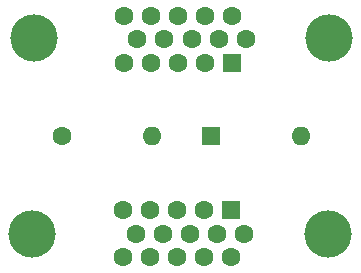
<source format=gts>
G04 #@! TF.GenerationSoftware,KiCad,Pcbnew,(6.0.2)*
G04 #@! TF.CreationDate,2022-07-31T16:50:56-06:00*
G04 #@! TF.ProjectId,ypbprSync_MiSTer,79706270-7253-4796-9e63-5f4d69535465,rev?*
G04 #@! TF.SameCoordinates,Original*
G04 #@! TF.FileFunction,Soldermask,Top*
G04 #@! TF.FilePolarity,Negative*
%FSLAX46Y46*%
G04 Gerber Fmt 4.6, Leading zero omitted, Abs format (unit mm)*
G04 Created by KiCad (PCBNEW (6.0.2)) date 2022-07-31 16:50:56*
%MOMM*%
%LPD*%
G01*
G04 APERTURE LIST*
%ADD10C,4.000000*%
%ADD11R,1.600000X1.600000*%
%ADD12C,1.600000*%
%ADD13O,1.600000X1.600000*%
G04 APERTURE END LIST*
D10*
X157485000Y-80450000D03*
X132485000Y-80450000D03*
D11*
X149300000Y-82500000D03*
D12*
X147010000Y-82500000D03*
X144720000Y-82500000D03*
X142430000Y-82500000D03*
X140140000Y-82500000D03*
X150445000Y-80520000D03*
X148155000Y-80520000D03*
X145865000Y-80520000D03*
X143575000Y-80520000D03*
X141285000Y-80520000D03*
X149300000Y-78540000D03*
X147010000Y-78540000D03*
X144720000Y-78540000D03*
X142430000Y-78540000D03*
X140140000Y-78540000D03*
D10*
X157376000Y-97050000D03*
X132376000Y-97050000D03*
D11*
X149191000Y-95000000D03*
D12*
X146901000Y-95000000D03*
X144611000Y-95000000D03*
X142321000Y-95000000D03*
X140031000Y-95000000D03*
X150336000Y-96980000D03*
X148046000Y-96980000D03*
X145756000Y-96980000D03*
X143466000Y-96980000D03*
X141176000Y-96980000D03*
X149191000Y-98960000D03*
X146901000Y-98960000D03*
X144611000Y-98960000D03*
X142321000Y-98960000D03*
X140031000Y-98960000D03*
X134918248Y-88720574D03*
D13*
X142538248Y-88720574D03*
D11*
X147509652Y-88728248D03*
D13*
X155129652Y-88728248D03*
M02*

</source>
